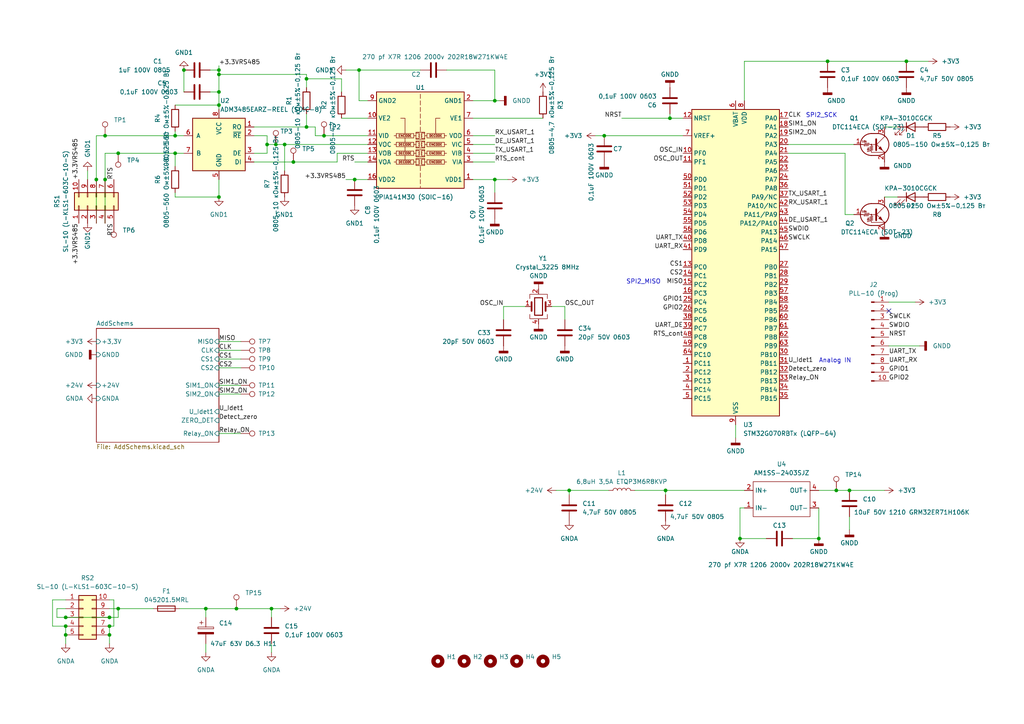
<source format=kicad_sch>
(kicad_sch (version 20230121) (generator eeschema)
  (paper "A4")
  (lib_symbols
    (symbol "Connector:Conn_01x10_Pin" (pin_names (offset 1.016) hide)
      (property "Reference" "J" (at 0 12.7 0))
      (property "Value" "Conn_01x10_Pin" (at 0 -15.24 0))
      (symbol "Conn_01x10_Pin_1_1"
        (pin passive line (at 5.08 10.16 180) (length 3.81) (name "Pin_1") (number "1"))
        (pin passive line (at 5.08 -12.7 180) (length 3.81) (name "Pin_10") (number "10"))
        (pin passive line (at 5.08 7.62 180) (length 3.81) (name "Pin_2") (number "2"))
        (pin passive line (at 5.08 5.08 180) (length 3.81) (name "Pin_3") (number "3"))
        (pin passive line (at 5.08 2.54 180) (length 3.81) (name "Pin_4") (number "4"))
        (pin passive line (at 5.08 0 180) (length 3.81) (name "Pin_5") (number "5"))
        (pin passive line (at 5.08 -2.54 180) (length 3.81) (name "Pin_6") (number "6"))
        (pin passive line (at 5.08 -5.08 180) (length 3.81) (name "Pin_7") (number "7"))
        (pin passive line (at 5.08 -7.62 180) (length 3.81) (name "Pin_8") (number "8"))
        (pin passive line (at 5.08 -10.16 180) (length 3.81) (name "Pin_9") (number "9"))
      )
    )
    (symbol "Connector:TestPoint" (pin_numbers hide) (pin_names (offset 0.762) hide)
      (property "Reference" "TP" (at 0 6.858 0))
      (property "Value" "TestPoint" (at 0 5.08 0))
      (symbol "TestPoint_1_1"
        (pin passive line (at 0 0 90) (length 2.54) (name "1") (number "1"))
      )
    )
    (symbol "Connector_Generic:Conn_02x05_Counter_Clockwise" (pin_names (offset 1.016) hide)
      (property "Reference" "J" (at 1.27 7.62 0))
      (property "Value" "Conn_02x05_Counter_Clockwise" (at 1.27 -7.62 0))
      (symbol "Conn_02x05_Counter_Clockwise_1_1"
        (pin passive line (at -5.08 5.08 0) (length 3.81) (name "Pin_1") (number "1"))
        (pin passive line (at 7.62 5.08 180) (length 3.81) (name "Pin_10") (number "10"))
        (pin passive line (at -5.08 2.54 0) (length 3.81) (name "Pin_2") (number "2"))
        (pin passive line (at -5.08 0 0) (length 3.81) (name "Pin_3") (number "3"))
        (pin passive line (at -5.08 -2.54 0) (length 3.81) (name "Pin_4") (number "4"))
        (pin passive line (at -5.08 -5.08 0) (length 3.81) (name "Pin_5") (number "5"))
        (pin passive line (at 7.62 -5.08 180) (length 3.81) (name "Pin_6") (number "6"))
        (pin passive line (at 7.62 -2.54 180) (length 3.81) (name "Pin_7") (number "7"))
        (pin passive line (at 7.62 0 180) (length 3.81) (name "Pin_8") (number "8"))
        (pin passive line (at 7.62 2.54 180) (length 3.81) (name "Pin_9") (number "9"))
      )
    )
    (symbol "Converter_DCDC:AM1SS-"
      (property "Reference" "U" (at -1.27 2.54 0))
      (property "Value" "AM1SS-" (at 0 0 0))
      (symbol "AM1SS-_1_1"
        (pin input line (at -8.89 -5.08 0) (length 2.56) (name "IN-") (number "1"))
        (pin input line (at -8.89 -10.16 0) (length 2.56) (name "IN+") (number "2"))
        (pin output line (at 12.7 -5.08 180) (length 2.56) (name "OUT-") (number "3"))
        (pin output line (at 12.7 -10.16 180) (length 2.56) (name "OUT+") (number "4"))
      )
    )
    (symbol "Device:C" (pin_numbers hide) (pin_names (offset 0.254))
      (property "Reference" "C" (at 0.635 2.54 0))
      (property "Value" "C" (at 0.635 -2.54 0))
      (symbol "C_1_1"
        (pin passive line (at 0 3.81 270) (length 2.794) (name "~") (number "1"))
        (pin passive line (at 0 -3.81 90) (length 2.794) (name "~") (number "2"))
      )
    )
    (symbol "Device:C_Polarized" (pin_numbers hide) (pin_names (offset 0.254))
      (property "Reference" "C" (at 0.635 2.54 0))
      (property "Value" "C_Polarized" (at 0.635 -2.54 0))
      (symbol "C_Polarized_1_1"
        (pin passive line (at 0 3.81 270) (length 2.794) (name "~") (number "1"))
        (pin passive line (at 0 -3.81 90) (length 2.794) (name "~") (number "2"))
      )
    )
    (symbol "Device:Crystal_GND24" (pin_names (offset 1.016) hide)
      (property "Reference" "Y" (at 3.175 5.08 0))
      (property "Value" "Crystal_GND24" (at 3.175 3.175 0))
      (symbol "Crystal_GND24_1_1"
        (pin passive line (at -3.81 0 0) (length 1.27) (name "1") (number "1"))
        (pin passive line (at 0 5.08 270) (length 1.27) (name "2") (number "2"))
        (pin passive line (at 3.81 0 180) (length 1.27) (name "3") (number "3"))
        (pin passive line (at 0 -5.08 90) (length 1.27) (name "4") (number "4"))
      )
    )
    (symbol "Device:Fuse" (pin_numbers hide) (pin_names (offset 0))
      (property "Reference" "F" (at 2.032 0 90))
      (property "Value" "Fuse" (at -1.905 0 90))
      (symbol "Fuse_1_1"
        (pin passive line (at 0 3.81 270) (length 1.27) (name "~") (number "1"))
        (pin passive line (at 0 -3.81 90) (length 1.27) (name "~") (number "2"))
      )
    )
    (symbol "Device:L" (pin_numbers hide) (pin_names (offset 1.016) hide)
      (property "Reference" "L" (at -1.27 0 90))
      (property "Value" "L" (at 1.905 0 90))
      (symbol "L_1_1"
        (pin passive line (at 0 3.81 270) (length 1.27) (name "1") (number "1"))
        (pin passive line (at 0 -3.81 90) (length 1.27) (name "2") (number "2"))
      )
    )
    (symbol "Device:LED" (pin_numbers hide) (pin_names (offset 1.016) hide)
      (property "Reference" "D" (at 0 2.54 0))
      (property "Value" "LED" (at 0 -2.54 0))
      (symbol "LED_1_1"
        (pin passive line (at -3.81 0 0) (length 2.54) (name "K") (number "1"))
        (pin passive line (at 3.81 0 180) (length 2.54) (name "A") (number "2"))
      )
    )
    (symbol "Device:R" (pin_numbers hide) (pin_names (offset 0))
      (property "Reference" "R" (at 2.032 0 90))
      (property "Value" "R" (at 0 0 90))
      (symbol "R_1_1"
        (pin passive line (at 0 3.81 270) (length 1.27) (name "~") (number "1"))
        (pin passive line (at 0 -3.81 90) (length 1.27) (name "~") (number "2"))
      )
    )
    (symbol "Interface_UART:SP3485CN" (pin_names (offset 1.016))
      (property "Reference" "U" (at -7.62 8.89 0))
      (property "Value" "SP3485CN" (at 2.54 8.89 0))
      (symbol "SP3485CN_1_1"
        (pin output line (at -10.16 5.08 0) (length 2.54) (name "RO") (number "1"))
        (pin input line (at -10.16 2.54 0) (length 2.54) (name "~{RE}") (number "2"))
        (pin input line (at -10.16 -2.54 0) (length 2.54) (name "DE") (number "3"))
        (pin input line (at -10.16 -5.08 0) (length 2.54) (name "DI") (number "4"))
        (pin power_in line (at 0 -10.16 90) (length 2.54) (name "GND") (number "5"))
        (pin bidirectional line (at 10.16 2.54 180) (length 2.54) (name "A") (number "6"))
        (pin bidirectional line (at 10.16 -2.54 180) (length 2.54) (name "B") (number "7"))
        (pin power_in line (at 0 10.16 270) (length 2.54) (name "VCC") (number "8"))
      )
    )
    (symbol "Isolator:π141M3x"
      (property "Reference" "U" (at 0 19.05 0))
      (property "Value" "π141M3x" (at 0 16.51 0))
      (symbol "π141M3x_0_0"
        (text "DECODE" (at -4.445 0 0) (effects (font (size 0.635 0.635))))
        (text "DECODE" (at 4.445 2.54 0) (effects (font (size 0.635 0.635))))
        (text "DECODE" (at 4.445 5.08 0) (effects (font (size 0.635 0.635))))
        (text "DECODE" (at 4.445 7.62 0) (effects (font (size 0.635 0.635))))
        (text "ENCODE" (at -4.445 2.54 0) (effects (font (size 0.635 0.635))))
        (text "ENCODE" (at -4.445 5.08 0) (effects (font (size 0.635 0.635))))
        (text "ENCODE" (at -4.445 7.62 0) (effects (font (size 0.635 0.635))))
        (text "ENCODE" (at 4.445 0 0) (effects (font (size 0.635 0.635))))
      )
      (symbol "π141M3x_1_1"
        (pin power_in line (at -15.24 12.7 0) (length 2.54) (name "VDD1") (number "1"))
        (pin input line (at 15.24 -5.08 180) (length 2.54) (name "VE2") (number "10"))
        (pin input line (at 15.24 0 180) (length 2.54) (name "VID") (number "11"))
        (pin output line (at 15.24 2.54 180) (length 2.54) (name "VOC") (number "12"))
        (pin output line (at 15.24 5.08 180) (length 2.54) (name "VOB") (number "13"))
        (pin output line (at 15.24 7.62 180) (length 2.54) (name "VOA") (number "14"))
        (pin passive line (at 15.24 -10.16 180) (length 2.54) hide (name "GND2") (number "15"))
        (pin power_in line (at 15.24 12.7 180) (length 2.54) (name "VDD2") (number "16"))
        (pin power_in line (at -15.24 -10.16 0) (length 2.54) (name "GND1") (number "2"))
        (pin input line (at -15.24 7.62 0) (length 2.54) (name "VIA") (number "3"))
        (pin input line (at -15.24 5.08 0) (length 2.54) (name "VIB") (number "4"))
        (pin input line (at -15.24 2.54 0) (length 2.54) (name "VIC") (number "5"))
        (pin output line (at -15.24 0 0) (length 2.54) (name "VOD") (number "6"))
        (pin input line (at -15.24 -5.08 0) (length 2.54) (name "VE1") (number "7"))
        (pin passive line (at -15.24 -10.16 0) (length 2.54) hide (name "GND1") (number "8"))
        (pin power_in line (at 15.24 -10.16 180) (length 2.54) (name "GND2") (number "9"))
      )
    )
    (symbol "MCU_ST_STM32G0:STM32G070RBTx"
      (property "Reference" "U" (at -12.7 46.99 0))
      (property "Value" "STM32G070RBTx" (at 5.08 46.99 0))
      (symbol "STM32G070RBTx_1_1"
        (pin bidirectional line (at -15.24 -27.94 0) (length 2.54) (name "PC11") (number "1"))
        (pin bidirectional line (at -15.24 33.02 0) (length 2.54) (name "PF0") (number "10"))
        (pin bidirectional line (at -15.24 30.48 0) (length 2.54) (name "PF1") (number "11"))
        (pin input line (at -15.24 43.18 0) (length 2.54) (name "NRST") (number "12"))
        (pin bidirectional line (at -15.24 0 0) (length 2.54) (name "PC0") (number "13"))
        (pin bidirectional line (at -15.24 -2.54 0) (length 2.54) (name "PC1") (number "14"))
        (pin bidirectional line (at -15.24 -5.08 0) (length 2.54) (name "PC2") (number "15"))
        (pin bidirectional line (at -15.24 -7.62 0) (length 2.54) (name "PC3") (number "16"))
        (pin bidirectional line (at 15.24 43.18 180) (length 2.54) (name "PA0") (number "17"))
        (pin bidirectional line (at 15.24 40.64 180) (length 2.54) (name "PA1") (number "18"))
        (pin bidirectional line (at 15.24 38.1 180) (length 2.54) (name "PA2") (number "19"))
        (pin bidirectional line (at -15.24 -30.48 0) (length 2.54) (name "PC12") (number "2"))
        (pin bidirectional line (at 15.24 35.56 180) (length 2.54) (name "PA3") (number "20"))
        (pin bidirectional line (at 15.24 33.02 180) (length 2.54) (name "PA4") (number "21"))
        (pin bidirectional line (at 15.24 30.48 180) (length 2.54) (name "PA5") (number "22"))
        (pin bidirectional line (at 15.24 27.94 180) (length 2.54) (name "PA6") (number "23"))
        (pin bidirectional line (at 15.24 25.4 180) (length 2.54) (name "PA7") (number "24"))
        (pin bidirectional line (at -15.24 -10.16 0) (length 2.54) (name "PC4") (number "25"))
        (pin bidirectional line (at -15.24 -12.7 0) (length 2.54) (name "PC5") (number "26"))
        (pin bidirectional line (at 15.24 0 180) (length 2.54) (name "PB0") (number "27"))
        (pin bidirectional line (at 15.24 -2.54 180) (length 2.54) (name "PB1") (number "28"))
        (pin bidirectional line (at 15.24 -5.08 180) (length 2.54) (name "PB2") (number "29"))
        (pin bidirectional line (at -15.24 -33.02 0) (length 2.54) (name "PC13") (number "3"))
        (pin bidirectional line (at 15.24 -25.4 180) (length 2.54) (name "PB10") (number "30"))
        (pin bidirectional line (at 15.24 -27.94 180) (length 2.54) (name "PB11") (number "31"))
        (pin bidirectional line (at 15.24 -30.48 180) (length 2.54) (name "PB12") (number "32"))
        (pin bidirectional line (at 15.24 -33.02 180) (length 2.54) (name "PB13") (number "33"))
        (pin bidirectional line (at 15.24 -35.56 180) (length 2.54) (name "PB14") (number "34"))
        (pin bidirectional line (at 15.24 -38.1 180) (length 2.54) (name "PB15") (number "35"))
        (pin bidirectional line (at 15.24 22.86 180) (length 2.54) (name "PA8") (number "36"))
        (pin bidirectional line (at 15.24 20.32 180) (length 2.54) (name "PA9/NC") (number "37"))
        (pin bidirectional line (at -15.24 -15.24 0) (length 2.54) (name "PC6") (number "38"))
        (pin bidirectional line (at -15.24 -17.78 0) (length 2.54) (name "PC7") (number "39"))
        (pin bidirectional line (at -15.24 -35.56 0) (length 2.54) (name "PC14") (number "4"))
        (pin bidirectional line (at -15.24 7.62 0) (length 2.54) (name "PD8") (number "40"))
        (pin bidirectional line (at -15.24 5.08 0) (length 2.54) (name "PD9") (number "41"))
        (pin bidirectional line (at 15.24 17.78 180) (length 2.54) (name "PA10/NC") (number "42"))
        (pin bidirectional line (at 15.24 15.24 180) (length 2.54) (name "PA11/PA9") (number "43"))
        (pin bidirectional line (at 15.24 12.7 180) (length 2.54) (name "PA12/PA10") (number "44"))
        (pin bidirectional line (at 15.24 10.16 180) (length 2.54) (name "PA13") (number "45"))
        (pin bidirectional line (at 15.24 7.62 180) (length 2.54) (name "PA14") (number "46"))
        (pin bidirectional line (at 15.24 5.08 180) (length 2.54) (name "PA15") (number "47"))
        (pin bidirectional line (at -15.24 -20.32 0) (length 2.54) (name "PC8") (number "48"))
        (pin bidirectional line (at -15.24 -22.86 0) (length 2.54) (name "PC9") (number "49"))
        (pin bidirectional line (at -15.24 -38.1 0) (length 2.54) (name "PC15") (number "5"))
        (pin bidirectional line (at -15.24 25.4 0) (length 2.54) (name "PD0") (number "50"))
        (pin bidirectional line (at -15.24 22.86 0) (length 2.54) (name "PD1") (number "51"))
        (pin bidirectional line (at -15.24 20.32 0) (length 2.54) (name "PD2") (number "52"))
        (pin bidirectional line (at -15.24 17.78 0) (length 2.54) (name "PD3") (number "53"))
        (pin bidirectional line (at -15.24 15.24 0) (length 2.54) (name "PD4") (number "54"))
        (pin bidirectional line (at -15.24 12.7 0) (length 2.54) (name "PD5") (number "55"))
        (pin bidirectional line (at -15.24 10.16 0) (length 2.54) (name "PD6") (number "56"))
        (pin bidirectional line (at 15.24 -7.62 180) (length 2.54) (name "PB3") (number "57"))
        (pin bidirectional line (at 15.24 -10.16 180) (length 2.54) (name "PB4") (number "58"))
        (pin bidirectional line (at 15.24 -12.7 180) (length 2.54) (name "PB5") (number "59"))
        (pin power_in line (at 0 48.26 270) (length 2.54) (name "VBAT") (number "6"))
        (pin bidirectional line (at 15.24 -15.24 180) (length 2.54) (name "PB6") (number "60"))
        (pin bidirectional line (at 15.24 -17.78 180) (length 2.54) (name "PB7") (number "61"))
        (pin bidirectional line (at 15.24 -20.32 180) (length 2.54) (name "PB8") (number "62"))
        (pin bidirectional line (at 15.24 -22.86 180) (length 2.54) (name "PB9") (number "63"))
        (pin bidirectional line (at -15.24 -25.4 0) (length 2.54) (name "PC10") (number "64"))
        (pin input line (at -15.24 38.1 0) (length 2.54) (name "VREF+") (number "7"))
        (pin power_in line (at 2.54 48.26 270) (length 2.54) (name "VDD") (number "8"))
        (pin power_in line (at 0 -45.72 90) (length 2.54) (name "VSS") (number "9"))
      )
    )
    (symbol "Mechanical:MountingHole" (pin_names (offset 1.016))
      (property "Reference" "H" (at 0 5.08 0))
      (property "Value" "MountingHole" (at 0 3.175 0))
    )
    (symbol "PCM_4ms_Power-symbol:GNDA" (power) (pin_numbers hide) (pin_names (offset 0) hide)
      (property "Value" "GNDA" (at 0 -3.81 0))
      (symbol "GNDA_1_1"
        (pin power_in line (at 0 0 270) (length 0) hide (name "GNDA") (number "1"))
      )
    )
    (symbol "Transistor_BJT:DTC114E" (pin_names (offset 0) hide)
      (property "Reference" "Q" (at 5.08 1.905 0))
      (property "Value" "DTC114E" (at 5.08 0 0))
      (symbol "DTC114E_0_0"
        (text "10k" (at -3.302 0.889 0) (effects (font (size 0.508 0.508))))
        (text "10k" (at -2.159 -1.524 900) (effects (font (size 0.508 0.508))))
      )
      (symbol "DTC114E_1_1"
        (pin input line (at -6.35 0 0) (length 2.54) (name "B") (number "1"))
        (pin passive line (at 2.54 -5.08 90) (length 2.54) (name "E") (number "2"))
        (pin passive line (at 2.54 5.08 270) (length 2.54) (name "C") (number "3"))
      )
    )
    (symbol "power:+24V" (power) (pin_numbers hide) (pin_names (offset 0) hide)
      (property "Value" "+24V" (at 0 3.556 0))
      (symbol "+24V_1_1"
        (pin power_in line (at 0 0 90) (length 0) hide (name "+24V") (number "1"))
      )
    )
    (symbol "power:+3V3" (power) (pin_numbers hide) (pin_names (offset 0) hide)
      (property "Value" "+3V3" (at 0 3.556 0))
      (symbol "+3V3_1_1"
        (pin power_in line (at 0 0 90) (length 0) hide (name "+3V3") (number "1"))
      )
    )
    (symbol "power:GND1" (power) (pin_numbers hide) (pin_names (offset 0) hide)
      (property "Value" "GND1" (at 0 -3.81 0))
      (symbol "GND1_1_1"
        (pin power_in line (at 0 0 270) (length 0) hide (name "GND1") (number "1"))
      )
    )
    (symbol "power:GNDD" (power) (pin_numbers hide) (pin_names (offset 0) hide)
      (property "Value" "GNDD" (at 0 -3.175 0))
      (symbol "GNDD_1_1"
        (pin power_in line (at 0 0 270) (length 0) hide (name "GNDD") (number "1"))
      )
    )
  )
  (junction (at 240.03 17.78))
  (junction (at 19.05 184.15))
  (junction (at 34.29 176.53))
  (junction (at 165.1 142.24))
  (junction (at 27.94 52.07))
  (junction (at 31.75 181.61))
  (junction (at 63.5 20.32))
  (junction (at 104.14 20.32))
  (junction (at 63.5 57.15))
  (junction (at 77.47 41.91))
  (junction (at 193.04 142.24))
  (junction (at 143.51 29.21))
  (junction (at 63.5 30.48))
  (junction (at 214.63 156.21))
  (junction (at 78.74 176.53))
  (junction (at 50.8 44.45))
  (junction (at 88.9 22.86))
  (junction (at 194.31 34.29))
  (junction (at 85.09 46.99))
  (junction (at 31.75 179.07))
  (junction (at 88.9 36.83))
  (junction (at 19.05 181.61))
  (junction (at 102.87 52.07))
  (junction (at 143.51 52.07))
  (junction (at 50.8 39.37))
  (junction (at 63.5 26.67))
  (junction (at 30.48 39.37))
  (junction (at 31.75 184.15))
  (junction (at 34.29 44.45))
  (junction (at 63.5 21.59))
  (junction (at 30.48 52.07))
  (junction (at 19.05 179.07))
  (junction (at 242.57 142.24))
  (junction (at 82.55 41.91))
  (junction (at 175.26 39.37))
  (junction (at 237.49 156.21))
  (junction (at 53.34 20.32))
  (junction (at 246.38 142.24))
  (junction (at 80.01 41.91))
  (junction (at 262.89 17.78))
  (junction (at 68.58 176.53))
  (junction (at 93.98 39.37))
  (junction (at 59.69 176.53))
  (no_connect (at 257.81 90.17))
  (wire (pts (xy 68.58 176.53) (xy 78.74 176.53)))
  (wire (pts (xy 50.8 48.26) (xy 50.8 44.45)))
  (wire (pts (xy 161.29 142.24) (xy 165.1 142.24)))
  (wire (pts (xy 63.5 52.07) (xy 63.5 57.15)))
  (wire (pts (xy 63.5 21.59) (xy 88.9 21.59)))
  (wire (pts (xy 88.9 36.83) (xy 73.66 36.83)))
  (wire (pts (xy 88.9 33.02) (xy 88.9 36.83)))
  (wire (pts (xy 257.81 100.33) (xy 266.7 100.33)))
  (wire (pts (xy 137.16 34.29) (xy 157.48 34.29)))
  (wire (pts (xy 198.12 34.29) (xy 194.31 34.29)))
  (wire (pts (xy 30.48 44.45) (xy 30.48 52.07)))
  (wire (pts (xy 260.35 36.83) (xy 256.54 36.83)))
  (wire (pts (xy 180.34 34.29) (xy 194.31 34.29)))
  (wire (pts (xy 143.51 52.07) (xy 147.32 52.07)))
  (wire (pts (xy 245.11 62.23) (xy 247.65 62.23)))
  (wire (pts (xy 215.9 17.78) (xy 215.9 29.21)))
  (wire (pts (xy 163.83 88.9) (xy 163.83 92.71)))
  (wire (pts (xy 73.66 39.37) (xy 77.47 39.37)))
  (wire (pts (xy 99.06 26.67) (xy 99.06 22.86)))
  (wire (pts (xy 104.14 29.21) (xy 106.68 29.21)))
  (wire (pts (xy 91.44 36.83) (xy 91.44 39.37)))
  (wire (pts (xy 213.36 123.19) (xy 213.36 127)))
  (wire (pts (xy 52.07 176.53) (xy 59.69 176.53)))
  (wire (pts (xy 91.44 39.37) (xy 93.98 39.37)))
  (wire (pts (xy 143.51 20.32) (xy 143.51 29.21)))
  (wire (pts (xy 97.79 46.99) (xy 97.79 44.45)))
  (wire (pts (xy 165.1 143.51) (xy 165.1 142.24)))
  (wire (pts (xy 33.02 173.99) (xy 33.02 181.61)))
  (wire (pts (xy 63.5 111.76) (xy 69.85 111.76)))
  (wire (pts (xy 97.79 44.45) (xy 106.68 44.45)))
  (wire (pts (xy 137.16 29.21) (xy 143.51 29.21)))
  (wire (pts (xy 31.75 184.15) (xy 31.75 186.69)))
  (wire (pts (xy 137.16 46.99) (xy 143.51 46.99)))
  (wire (pts (xy 77.47 44.45) (xy 73.66 44.45)))
  (wire (pts (xy 63.5 99.06) (xy 69.85 99.06)))
  (wire (pts (xy 31.75 176.53) (xy 34.29 176.53)))
  (wire (pts (xy 19.05 176.53) (xy 16.51 176.53)))
  (wire (pts (xy 228.6 44.45) (xy 245.11 44.45)))
  (wire (pts (xy 104.14 20.32) (xy 121.92 20.32)))
  (wire (pts (xy 50.8 30.48) (xy 63.5 30.48)))
  (wire (pts (xy 25.4 49.53) (xy 25.4 52.07)))
  (wire (pts (xy 78.74 189.23) (xy 78.74 186.69)))
  (wire (pts (xy 27.94 39.37) (xy 30.48 39.37)))
  (wire (pts (xy 15.24 173.99) (xy 15.24 181.61)))
  (wire (pts (xy 240.03 17.78) (xy 262.89 17.78)))
  (wire (pts (xy 78.74 176.53) (xy 78.74 179.07)))
  (wire (pts (xy 82.55 41.91) (xy 82.55 49.53)))
  (wire (pts (xy 60.96 20.32) (xy 63.5 20.32)))
  (wire (pts (xy 228.6 41.91) (xy 247.65 41.91)))
  (wire (pts (xy 165.1 142.24) (xy 176.53 142.24)))
  (wire (pts (xy 63.5 21.59) (xy 63.5 26.67)))
  (wire (pts (xy 34.29 179.07) (xy 34.29 176.53)))
  (wire (pts (xy 63.5 30.48) (xy 63.5 31.75)))
  (wire (pts (xy 31.75 181.61) (xy 31.75 184.15)))
  (wire (pts (xy 143.51 29.21) (xy 144.78 29.21)))
  (wire (pts (xy 77.47 41.91) (xy 77.47 44.45)))
  (wire (pts (xy 63.5 125.73) (xy 69.85 125.73)))
  (wire (pts (xy 81.28 176.53) (xy 78.74 176.53)))
  (wire (pts (xy 184.15 142.24) (xy 193.04 142.24)))
  (wire (pts (xy 102.87 46.99) (xy 106.68 46.99)))
  (wire (pts (xy 30.48 44.45) (xy 34.29 44.45)))
  (wire (pts (xy 229.87 156.21) (xy 237.49 156.21)))
  (wire (pts (xy 129.54 20.32) (xy 143.51 20.32)))
  (wire (pts (xy 85.09 46.99) (xy 97.79 46.99)))
  (wire (pts (xy 27.94 39.37) (xy 27.94 52.07)))
  (wire (pts (xy 137.16 39.37) (xy 143.51 39.37)))
  (wire (pts (xy 194.31 34.29) (xy 194.31 33.02)))
  (wire (pts (xy 50.8 57.15) (xy 63.5 57.15)))
  (wire (pts (xy 19.05 181.61) (xy 19.05 184.15)))
  (wire (pts (xy 77.47 41.91) (xy 80.01 41.91)))
  (wire (pts (xy 63.5 106.68) (xy 69.85 106.68)))
  (wire (pts (xy 152.4 88.9) (xy 146.05 88.9)))
  (wire (pts (xy 257.81 87.63) (xy 265.43 87.63)))
  (wire (pts (xy 245.11 44.45) (xy 245.11 62.23)))
  (wire (pts (xy 146.05 88.9) (xy 146.05 92.71)))
  (wire (pts (xy 91.44 36.83) (xy 88.9 36.83)))
  (wire (pts (xy 31.75 179.07) (xy 34.29 179.07)))
  (wire (pts (xy 34.29 176.53) (xy 44.45 176.53)))
  (wire (pts (xy 59.69 176.53) (xy 59.69 179.07)))
  (wire (pts (xy 100.33 52.07) (xy 102.87 52.07)))
  (wire (pts (xy 256.54 57.15) (xy 260.35 57.15)))
  (wire (pts (xy 63.5 101.6) (xy 69.85 101.6)))
  (wire (pts (xy 53.34 20.32) (xy 53.34 26.67)))
  (wire (pts (xy 50.8 44.45) (xy 53.34 44.45)))
  (wire (pts (xy 19.05 184.15) (xy 19.05 186.69)))
  (wire (pts (xy 193.04 143.51) (xy 193.04 142.24)))
  (wire (pts (xy 63.5 19.05) (xy 63.5 20.32)))
  (wire (pts (xy 50.8 39.37) (xy 53.34 39.37)))
  (wire (pts (xy 80.01 41.91) (xy 82.55 41.91)))
  (wire (pts (xy 77.47 39.37) (xy 77.47 41.91)))
  (wire (pts (xy 237.49 142.24) (xy 242.57 142.24)))
  (wire (pts (xy 16.51 176.53) (xy 16.51 179.07)))
  (wire (pts (xy 242.57 142.24) (xy 246.38 142.24)))
  (wire (pts (xy 104.14 20.32) (xy 104.14 29.21)))
  (wire (pts (xy 33.02 181.61) (xy 31.75 181.61)))
  (wire (pts (xy 214.63 156.21) (xy 222.25 156.21)))
  (wire (pts (xy 50.8 55.88) (xy 50.8 57.15)))
  (wire (pts (xy 262.89 17.78) (xy 269.24 17.78)))
  (wire (pts (xy 82.55 41.91) (xy 106.68 41.91)))
  (wire (pts (xy 214.63 147.32) (xy 214.63 156.21)))
  (wire (pts (xy 215.9 17.78) (xy 240.03 17.78)))
  (wire (pts (xy 102.87 52.07) (xy 106.68 52.07)))
  (wire (pts (xy 59.69 176.53) (xy 68.58 176.53)))
  (wire (pts (xy 63.5 20.32) (xy 63.5 21.59)))
  (wire (pts (xy 172.72 39.37) (xy 175.26 39.37)))
  (wire (pts (xy 88.9 22.86) (xy 88.9 25.4)))
  (wire (pts (xy 99.06 34.29) (xy 106.68 34.29)))
  (wire (pts (xy 59.69 186.69) (xy 59.69 189.23)))
  (wire (pts (xy 63.5 26.67) (xy 63.5 30.48)))
  (wire (pts (xy 30.48 64.77) (xy 30.48 52.07)))
  (wire (pts (xy 88.9 22.86) (xy 99.06 22.86)))
  (wire (pts (xy 160.02 88.9) (xy 163.83 88.9)))
  (wire (pts (xy 137.16 41.91) (xy 143.51 41.91)))
  (wire (pts (xy 63.5 104.14) (xy 69.85 104.14)))
  (wire (pts (xy 50.8 38.1) (xy 50.8 39.37)))
  (wire (pts (xy 215.9 147.32) (xy 214.63 147.32)))
  (wire (pts (xy 60.96 26.67) (xy 63.5 26.67)))
  (wire (pts (xy 15.24 181.61) (xy 19.05 181.61)))
  (wire (pts (xy 237.49 147.32) (xy 237.49 156.21)))
  (wire (pts (xy 137.16 52.07) (xy 143.51 52.07)))
  (wire (pts (xy 19.05 179.07) (xy 31.75 179.07)))
  (wire (pts (xy 100.33 20.32) (xy 104.14 20.32)))
  (wire (pts (xy 88.9 22.86) (xy 88.9 21.59)))
  (wire (pts (xy 93.98 39.37) (xy 106.68 39.37)))
  (wire (pts (xy 30.48 39.37) (xy 50.8 39.37)))
  (wire (pts (xy 16.51 179.07) (xy 19.05 179.07)))
  (wire (pts (xy 31.75 173.99) (xy 33.02 173.99)))
  (wire (pts (xy 175.26 39.37) (xy 198.12 39.37)))
  (wire (pts (xy 27.94 64.77) (xy 27.94 52.07)))
  (wire (pts (xy 193.04 142.24) (xy 215.9 142.24)))
  (wire (pts (xy 137.16 44.45) (xy 143.51 44.45)))
  (wire (pts (xy 143.51 52.07) (xy 143.51 55.88)))
  (wire (pts (xy 34.29 44.45) (xy 50.8 44.45)))
  (wire (pts (xy 19.05 173.99) (xy 15.24 173.99)))
  (wire (pts (xy 246.38 142.24) (xy 256.54 142.24)))
  (wire (pts (xy 63.5 114.3) (xy 69.85 114.3)))
  (wire (pts (xy 73.66 46.99) (xy 85.09 46.99)))
  (wire (pts (xy 246.38 149.86) (xy 246.38 153.67)))
  (text "SPI2_SCK" (at 233.68 34.29 0) (effects (font (size 1.27 1.27)) (justify left bottom)))
  (text "SPI2_MISO" (at 181.61 82.55 0) (effects (font (size 1.27 1.27)) (justify left bottom)))
  (text "Analog IN" (at 237.49 105.41 0) (effects (font (size 1.27 1.27)) (justify left bottom)))
  (label "Relay_ON" (at 63.5 125.73 0))
  (label "SIM1_ON" (at 63.5 111.76 0))
  (label "Detect_zero" (at 63.5 121.92 0))
  (label "UART_TX" (at 257.81 102.87 0))
  (label "GPIO1" (at 257.81 107.95 0))
  (label "+3.3VRS485" (at 63.5 19.05 0))
  (label "RX_USART_1" (at 228.6 59.69 0))
  (label "Relay_ON" (at 228.6 110.49 0))
  (label "OSC_IN" (at 146.05 88.9 180))
  (label "CLK" (at 228.6 34.29 0))
  (label "RTS" (at 33.02 52.07 90))
  (label "MISO" (at 198.12 82.55 180))
  (label "OSC_IN" (at 198.12 44.45 180))
  (label "CS2" (at 198.12 80.01 180))
  (label "SWDIO" (at 228.6 67.31 0))
  (label "RTS_cont" (at 198.12 97.79 180))
  (label "UART_TX" (at 198.12 69.85 180))
  (label "OSC_OUT" (at 198.12 46.99 180))
  (label "NRST" (at 180.34 34.29 180))
  (label "MISO" (at 63.5 99.06 0))
  (label "GPIO2" (at 198.12 90.17 180))
  (label "UART_RX" (at 198.12 72.39 180))
  (label "UART_DE" (at 198.12 95.25 180))
  (label "OSC_OUT" (at 163.83 88.9 0))
  (label "+3.3VRS485" (at 100.33 52.07 180))
  (label "+3.3VRS485" (at 22.86 64.77 270))
  (label "DE_USART_1" (at 228.6 64.77 0))
  (label "TX_USART_1" (at 143.51 44.45 0))
  (label "CS2" (at 63.5 106.68 0))
  (label "CS1" (at 63.5 104.14 0))
  (label "DE_USART_1" (at 143.51 41.91 0))
  (label "RX_USART_1" (at 143.51 39.37 0))
  (label "RTS" (at 102.87 46.99 180))
  (label "SWCLK" (at 228.6 69.85 0))
  (label "U_Idet1" (at 228.6 105.41 0))
  (label "GPIO2" (at 257.81 110.49 0))
  (label "RTS_cont" (at 143.51 46.99 0))
  (label "TX_USART_1" (at 228.6 57.15 0))
  (label "Detect_zero" (at 228.6 107.95 0))
  (label "SWDIO" (at 257.81 95.25 0))
  (label "CLK" (at 63.5 101.6 0))
  (label "SIM1_ON" (at 228.6 36.83 0))
  (label "GPIO1" (at 198.12 87.63 180))
  (label "RTS" (at 33.02 64.77 270))
  (label "NRST" (at 257.81 97.79 0))
  (label "+3.3VRS485" (at 22.86 52.07 90))
  (label "UART_RX" (at 257.81 105.41 0))
  (label "SIM2_ON" (at 63.5 114.3 0))
  (label "U_Idet1" (at 63.5 119.38 0))
  (label "CS1" (at 198.12 77.47 180))
  (label "SIM2_ON" (at 228.6 39.37 0))
  (label "SWCLK" (at 257.81 92.71 0))
  (symbol (lib_id "power:GNDD") (at 163.83 100.33 0) (unit 1)
    (property "Reference" "#PWR082" (effects hide))
    (property "Value" "GNDD" (at 163.83 104.14 0))
  )
  (symbol (lib_id "Connector:TestPoint") (at 68.58 176.53 0) (unit 1) (in_bom no)
    (property "Reference" "TP15" (at 71.12 171.958 0) (effects (justify left)))
    (property "Value" "TestPoint" (effects hide))
    (property "Footprint" "PCM_4ms_TestPoint:TestPoint_D1" (effects hide))
  )
  (symbol (lib_id "Device:R") (at 50.8 52.07 180) (unit 1) (in_bom no)
    (property "Reference" "R6" (at 45.72 52.07 90))
    (property "Value" "0805-560 Ом±5%-0,125 Вт" (at 48.26 52.07 90))
    (property "Footprint" "PCM_4ms_Resistor:R_0805_2012Metric" (effects hide))
  )
  (symbol (lib_id "PCM_4ms_Power-symbol:GNDA") (at 165.1 151.13 0) (unit 1)
    (property "Reference" "#PWR031" (effects hide))
    (property "Value" "GNDA" (at 165.1 156.21 0))
  )
  (symbol (lib_id "Mechanical:MountingHole") (at 149.86 191.77 0) (unit 1) (in_bom no)
    (property "Reference" "H4" (at 152.4 190.5 0) (effects (justify left)))
    (property "Value" "MountingHole" (effects hide))
    (property "Footprint" "MountingHole:MountingHole_3.2mm_M3" (effects hide))
  )
  (symbol (lib_id "Connector:TestPoint") (at 80.01 41.91 0) (unit 1) (in_bom no)
    (property "Reference" "TP3" (at 81.28 38.1 0) (effects (justify left)))
    (property "Value" "TestPoint" (effects hide))
    (property "Footprint" "PCM_4ms_TestPoint:TestPoint_D1" (effects hide))
  )
  (symbol (lib_id "power:GNDD") (at 240.03 25.4 0) (unit 1)
    (property "Reference" "#PWR05" (effects hide))
    (property "Value" "GNDD" (at 242.57 29.21 0))
  )
  (symbol (lib_id "Device:C") (at 78.74 182.88 0) (unit 1)
    (property "Reference" "C15" (at 82.55 181.61 0) (effects (justify left)))
    (property "Value" "0,1uF 100V 0603" (at 82.55 184.15 0) (effects (justify left)))
    (property "Footprint" "Capacitor_SMD:C_0603_1608Metric_Pad1.08x0.95mm_HandSolder" (effects hide))
  )
  (symbol (lib_id "power:GND1") (at 63.5 57.15 0) (unit 1)
    (property "Reference" "#PWR015" (effects hide))
    (property "Value" "GND1" (at 63.5 62.23 0))
  )
  (symbol (lib_id "Connector:TestPoint") (at 69.85 125.73 270) (unit 1) (in_bom no)
    (property "Reference" "TP13" (at 74.93 125.73 90) (effects (justify left)))
    (property "Value" "TestPoint" (effects hide))
    (property "Footprint" "PCM_4ms_TestPoint:TestPoint_D1" (effects hide))
  )
  (symbol (lib_id "Connector:TestPoint") (at 33.02 64.77 180) (unit 1) (in_bom no)
    (property "Reference" "TP6" (at 35.56 66.802 0) (effects (justify right)))
    (property "Value" "TestPoint" (effects hide))
    (property "Footprint" "PCM_4ms_TestPoint:TestPoint_D1" (effects hide))
  )
  (symbol (lib_id "Device:Fuse") (at 48.26 176.53 90) (unit 1)
    (property "Reference" "F1" (at 48.26 171.45 90))
    (property "Value" "045201.5MRL" (at 48.26 173.99 90))
    (property "Footprint" "PCM_Fuse_Handsoldering_AKL:Fuse_Littelfuse-NANO2-451_453" (effects hide))
  )
  (symbol (lib_id "Mechanical:MountingHole") (at 157.48 191.77 0) (unit 1) (in_bom no)
    (property "Reference" "H5" (at 160.02 190.5 0) (effects (justify left)))
    (property "Value" "MountingHole" (effects hide))
    (property "Footprint" "MountingHole:MountingHole_3.2mm_M3" (effects hide))
  )
  (symbol (lib_id "power:GNDD") (at 194.31 25.4 180) (unit 1)
    (property "Reference" "#PWR04" (effects hide))
    (property "Value" "GNDD" (at 194.31 21.59 0))
  )
  (symbol (lib_id "power:GNDD") (at 27.94 102.87 270) (unit 1)
    (property "Reference" "#PWR023" (effects hide))
    (property "Value" "GNDD" (at 24.13 102.87 90) (effects (justify right)))
  )
  (symbol (lib_id "Connector:TestPoint") (at 34.29 44.45 180) (unit 1) (in_bom no)
    (property "Reference" "TP4" (at 36.83 46.482 0) (effects (justify right)))
    (property "Value" "TestPoint" (effects hide))
    (property "Footprint" "PCM_4ms_TestPoint:TestPoint_D1" (effects hide))
  )
  (symbol (lib_id "Connector_Generic:Conn_02x05_Counter_Clockwise") (at 24.13 179.07 0) (unit 1) (in_bom no)
    (property "Reference" "RS2" (at 25.4 167.64 0))
    (property "Value" "SL-10 (L-KLS1-603C-10-S)" (at 25.4 170.18 0))
    (property "Footprint" "Connector:Edge_Conn_KLS1-603-10" (effects hide))
  )
  (symbol (lib_id "Connector:Conn_01x10_Pin") (at 252.73 97.79 0) (unit 1)
    (property "Reference" "J2" (at 253.365 82.55 0))
    (property "Value" "PLL-10 (Prog)" (at 253.365 85.09 0))
    (property "Footprint" "Connector_PinHeader_1.27mm:PinHeader_1x10_P1.27mm_Vertical" (effects hide))
  )
  (symbol (lib_id "power:GND1") (at 25.4 49.53 180) (unit 1)
    (property "Reference" "#PWR013" (effects hide))
    (property "Value" "GND1" (at 25.4 45.72 90) (effects (justify right)))
  )
  (symbol (lib_id "Isolator:π141M3x") (at 121.92 39.37 180) (unit 1)
    (property "Reference" "U1" (at 121.92 25.4 0))
    (property "Value" "PIA141M30 (SOIC-16)" (at 120.65 57.15 0))
    (property "Footprint" "Package_SO:SOIC-16_3.9x9.9mm_P1.27mm" (effects hide))
    (property "Datasheet" "https://wmsc.lcsc.com/wmsc/upload/file/pdf/v2/lcsc/2001082007_2Pai-Semi--141M30_C471604.pdf" (effects hide))
  )
  (symbol (lib_id "Device:C") (at 175.26 43.18 0) (unit 1)
    (property "Reference" "C7" (at 177.8 43.18 0) (effects (justify left)))
    (property "Value" "0,1uF 100V 0603" (at 171.45 58.42 90) (effects (justify left)))
    (property "Footprint" "Capacitor_SMD:C_0603_1608Metric_Pad1.08x0.95mm_HandSolder" (effects hide))
  )
  (symbol (lib_id "power:GND1") (at 100.33 20.32 270) (unit 1)
    (property "Reference" "#PWR03" (effects hide))
    (property "Value" "GND1" (at 91.44 20.32 90) (effects (justify left)))
  )
  (symbol (lib_id "Device:C") (at 246.38 146.05 0) (unit 1)
    (property "Reference" "C10" (at 250.19 144.78 0) (effects (justify left)))
    (property "Value" "10uF 50V 1210 GRM32ER71H106K" (at 247.65 148.59 0) (effects (justify left)))
    (property "Footprint" "PCM_Capacitor_SMD_AKL:C_1210_3225Metric_Pad1.42x2.65mm_HandSolder" (effects hide))
  )
  (symbol (lib_id "power:GNDD") (at 175.26 46.99 0) (unit 1)
    (property "Reference" "#PWR011" (effects hide))
    (property "Value" "GNDD" (at 175.26 50.8 0))
  )
  (symbol (lib_id "Connector:TestPoint") (at 69.85 104.14 270) (unit 1) (in_bom no)
    (property "Reference" "TP9" (at 74.93 104.14 90) (effects (justify left)))
    (property "Value" "TestPoint" (effects hide))
    (property "Footprint" "PCM_4ms_TestPoint:TestPoint_D1" (effects hide))
  )
  (symbol (lib_id "Connector:TestPoint") (at 93.98 39.37 0) (unit 1) (in_bom no)
    (property "Reference" "TP2" (at 95.25 36.83 0) (effects (justify left)))
    (property "Value" "TestPoint" (effects hide))
    (property "Footprint" "PCM_4ms_TestPoint:TestPoint_D1" (effects hide))
  )
  (symbol (lib_id "MCU_ST_STM32G0:STM32G070RBTx") (at 213.36 77.47 0) (unit 1)
    (property "Reference" "U3" (at 215.5541 123.19 0) (effects (justify left)))
    (property "Value" "STM32G070RBTx (LQFP-64)" (at 215.5541 125.73 0) (effects (justify left)))
    (property "Footprint" "Package_QFP:LQFP-64_10x10mm_P0.5mm" (effects hide))
    (property "Datasheet" "https://www.st.com/resource/en/datasheet/stm32g070rb.pdf" (effects hide))
  )
  (symbol (lib_id "Transistor_BJT:DTC114E") (at 254 62.23 0) (unit 1)
    (property "Reference" "Q2" (at 245.11 64.77 0) (effects (justify left)))
    (property "Value" "DTC114ECA (SOT-23)" (at 243.84 67.31 0) (effects (justify left)))
    (property "Footprint" "Package_TO_SOT_SMD:SOT-23" (effects hide))
  )
  (symbol (lib_id "Device:C") (at 193.04 147.32 0) (unit 1)
    (property "Reference" "C12" (at 196.85 146.05 0) (effects (justify left)))
    (property "Value" "4,7uF 50V 0805" (at 194.31 149.86 0) (effects (justify left)))
    (property "Footprint" "Capacitor_SMD:C_0805_2012Metric_Pad1.18x1.45mm_HandSolder" (effects hide))
  )
  (symbol (lib_id "Connector:TestPoint") (at 69.85 114.3 270) (unit 1) (in_bom no)
    (property "Reference" "TP12" (at 74.93 114.3 90) (effects (justify left)))
    (property "Value" "TestPoint" (effects hide))
    (property "Footprint" "PCM_4ms_TestPoint:TestPoint_D1" (effects hide))
  )
  (symbol (lib_id "Mechanical:MountingHole") (at 134.62 191.77 0) (unit 1) (in_bom no)
    (property "Reference" "H2" (at 137.16 190.5 0) (effects (justify left)))
    (property "Value" "MountingHole" (effects hide))
    (property "Footprint" "MountingHole:MountingHole_3.2mm_M3" (effects hide))
  )
  (symbol (lib_id "Mechanical:MountingHole") (at 127 191.77 0) (unit 1) (in_bom no)
    (property "Reference" "H1" (at 129.54 190.5 0) (effects (justify left)))
    (property "Value" "MountingHole" (effects hide))
    (property "Footprint" "MountingHole:MountingHole_3.2mm_M3" (effects hide))
  )
  (symbol (lib_id "Device:R") (at 50.8 34.29 180) (unit 1) (in_bom no)
    (property "Reference" "R4" (at 45.72 34.29 90))
    (property "Value" "0805-560 Ом±5%-0,125 Вт" (at 48.26 34.29 90))
    (property "Footprint" "PCM_4ms_Resistor:R_0805_2012Metric" (effects hide))
  )
  (symbol (lib_id "Device:L") (at 180.34 142.24 90) (unit 1)
    (property "Reference" "L1" (at 180.34 137.16 90))
    (property "Value" "6,8uH 3,5A ETQP3M6R8KVP" (at 180.34 139.7 90))
    (property "Footprint" "PCM_Inductor_SMD_Handsoldering_AKL:L_Bourns-SRN6028" (effects hide))
  )
  (symbol (lib_id "Device:R") (at 88.9 29.21 180) (unit 1)
    (property "Reference" "R1" (at 83.82 29.21 90))
    (property "Value" "0805-10 кОм±5%-0,125 Вт" (at 86.36 29.21 90))
    (property "Footprint" "PCM_4ms_Resistor:R_0805_2012Metric" (effects hide))
  )
  (symbol (lib_id "Device:C") (at 57.15 20.32 90) (unit 1)
    (property "Reference" "C1" (at 45.72 17.78 90))
    (property "Value" "1uF 100V 0805" (at 41.91 20.32 90))
    (property "Footprint" "PCM_Capacitor_SMD_AKL:C_0805_2012Metric_Pad1.18x1.45mm_HandSolder" (effects hide))
  )
  (symbol (lib_id "power:GND1") (at 102.87 59.69 0) (unit 1)
    (property "Reference" "#PWR018" (effects hide))
    (property "Value" "GND1" (at 102.87 64.77 0))
  )
  (symbol (lib_id "power:GNDD") (at 246.38 153.67 0) (unit 1)
    (property "Reference" "#PWR033" (effects hide))
    (property "Value" "GNDD" (at 246.38 157.48 0))
  )
  (symbol (lib_id "power:GNDD") (at 256.54 46.99 0) (unit 1)
    (property "Reference" "#PWR012" (effects hide))
    (property "Value" "GNDD" (at 259.08 48.0695 0) (effects (justify left)))
  )
  (symbol (lib_id "power:+3V3") (at 269.24 17.78 270) (unit 1)
    (property "Reference" "#PWR01" (effects hide))
    (property "Value" "+3V3" (at 273.05 17.78 90) (effects (justify left)))
  )
  (symbol (lib_id "Connector:TestPoint") (at 69.85 111.76 270) (unit 1) (in_bom no)
    (property "Reference" "TP11" (at 74.93 111.76 90) (effects (justify left)))
    (property "Value" "TestPoint" (effects hide))
    (property "Footprint" "PCM_4ms_TestPoint:TestPoint_D1" (effects hide))
  )
  (symbol (lib_id "power:+24V") (at 161.29 142.24 90) (unit 1)
    (property "Reference" "#PWR029" (effects hide))
    (property "Value" "+24V" (at 157.48 142.24 90) (effects (justify left)))
  )
  (symbol (lib_id "Mechanical:MountingHole") (at 142.24 191.77 0) (unit 1) (in_bom no)
    (property "Reference" "H3" (at 144.78 190.5 0) (effects (justify left)))
    (property "Value" "MountingHole" (effects hide))
    (property "Footprint" "MountingHole:MountingHole_3.2mm_M3" (effects hide))
  )
  (symbol (lib_id "Device:C") (at 57.15 26.67 90) (unit 1)
    (property "Reference" "C5" (at 46.99 24.13 90))
    (property "Value" "0,1uF 100V 0603" (at 43.18 26.67 90))
    (property "Footprint" "Capacitor_SMD:C_0603_1608Metric_Pad1.08x0.95mm_HandSolder" (effects hide))
  )
  (symbol (lib_id "Device:C") (at 194.31 29.21 180) (unit 1)
    (property "Reference" "C6" (at 190.5 30.48 0) (effects (justify left)))
    (property "Value" "0,1uF 100V 0603" (at 190.5 27.94 0) (effects (justify left)))
    (property "Footprint" "Capacitor_SMD:C_0603_1608Metric_Pad1.08x0.95mm_HandSolder" (effects hide))
  )
  (symbol (lib_id "power:GNDD") (at 213.36 127 0) (unit 1)
    (property "Reference" "#PWR028" (effects hide))
    (property "Value" "GNDD" (at 213.36 130.81 0))
  )
  (symbol (lib_id "power:GNDD") (at 256.54 67.31 0) (unit 1)
    (property "Reference" "#PWR021" (effects hide))
    (property "Value" "GNDD" (at 259.08 68.3895 0) (effects (justify left)))
  )
  (symbol (lib_id "Device:C_Polarized") (at 59.69 182.88 0) (unit 1)
    (property "Reference" "C14" (at 63.5 180.721 0) (effects (justify left)))
    (property "Value" "47uF 63V D6.3 H11" (at 60.96 186.69 0) (effects (justify left)))
    (property "Footprint" "PCM_Capacitor_THT_AKL:CP_Radial_D6.3mm_P2.50mm" (effects hide))
  )
  (symbol (lib_id "Transistor_BJT:DTC114E") (at 254 41.91 0) (unit 1)
    (property "Reference" "Q1" (at 246.38 34.29 0) (effects (justify left)))
    (property "Value" "DTC114ECA (SOT-23)" (at 241.3 36.83 0) (effects (justify left)))
    (property "Footprint" "Package_TO_SOT_SMD:SOT-23" (effects hide))
  )
  (symbol (lib_id "Device:C") (at 226.06 156.21 90) (unit 1)
    (property "Reference" "C13" (at 226.06 152.4 90))
    (property "Value" " 270 pf X7R 1206 2000v 202R18W271KW4E" (at 226.06 163.83 90))
    (property "Footprint" "PCM_Capacitor_SMD_Handsoldering_AKL:C_1210_3225Metric_Pad1.42x2.65mm" (effects hide))
  )
  (symbol (lib_id "Device:C") (at 125.73 20.32 90) (unit 1)
    (property "Reference" "C2" (at 120.65 21.59 90))
    (property "Value" " 270 pf X7R 1206 2000v 202R18W271KW4E" (at 125.73 16.51 90))
    (property "Footprint" "PCM_Capacitor_SMD_Handsoldering_AKL:C_1210_3225Metric_Pad1.42x2.65mm" (effects hide))
  )
  (symbol (lib_id "power:GNDD") (at 144.78 29.21 90) (unit 1)
    (property "Reference" "#PWR08" (effects hide))
    (property "Value" "GNDD" (at 148.5868 29.21 90) (effects (justify right)))
  )
  (symbol (lib_id "PCM_4ms_Power-symbol:GNDA") (at 27.94 115.57 270) (unit 1)
    (property "Reference" "#PWR027" (effects hide))
    (property "Value" "GNDA" (at 24.13 115.57 90) (effects (justify right)))
  )
  (symbol (lib_id "Connector:TestPoint") (at 30.48 39.37 0) (unit 1) (in_bom no)
    (property "Reference" "TP1" (at 33.02 34.798 0) (effects (justify left)))
    (property "Value" "TestPoint" (effects hide))
    (property "Footprint" "PCM_4ms_TestPoint:TestPoint_D1" (effects hide))
  )
  (symbol (lib_id "Device:R") (at 157.48 30.48 0) (unit 1)
    (property "Reference" "R3" (at 162.56 30.48 90))
    (property "Value" "0805-4,7 кОм±5%-0,125 Вт" (at 160.02 30.48 90))
    (property "Footprint" "PCM_4ms_Resistor:R_0805_2012Metric" (effects hide))
  )
  (symbol (lib_id "PCM_4ms_Power-symbol:GNDA") (at 59.69 189.23 0) (unit 1)
    (property "Reference" "#PWR039" (effects hide))
    (property "Value" "GNDA" (at 59.69 194.31 0))
  )
  (symbol (lib_id "Device:C") (at 240.03 21.59 0) (unit 1)
    (property "Reference" "C3" (at 243.84 20.32 0) (effects (justify left)))
    (property "Value" "0,1uF 100V 0603" (at 243.84 22.86 0) (effects (justify left)))
    (property "Footprint" "Capacitor_SMD:C_0603_1608Metric_Pad1.08x0.95mm_HandSolder" (effects hide))
  )
  (symbol (lib_id "power:+3V3") (at 275.59 57.15 270) (unit 1)
    (property "Reference" "#PWR017" (effects hide))
    (property "Value" "+3V3" (at 279.4 57.15 90) (effects (justify left)))
  )
  (symbol (lib_id "Device:C") (at 163.83 96.52 0) (unit 1)
    (property "Reference" "C34" (at 167.64 95.25 0) (effects (justify left)))
    (property "Value" "20pF 50V 0603" (at 167.64 97.79 0) (effects (justify left)))
    (property "Footprint" "Capacitor_SMD:C_0603_1608Metric" (effects hide))
  )
  (symbol (lib_id "power:GND1") (at 25.4 64.77 0) (unit 1)
    (property "Reference" "#PWR020" (effects hide))
    (property "Value" "GND1" (at 25.4 72.39 90) (effects (justify left)))
  )
  (symbol (lib_id "power:GNDD") (at 146.05 100.33 0) (unit 1)
    (property "Reference" "#PWR081" (effects hide))
    (property "Value" "GNDD" (at 146.05 104.14 0))
  )
  (symbol (lib_id "Device:Crystal_GND24") (at 156.21 88.9 0) (unit 1)
    (property "Reference" "Y1" (at 157.48 74.93 0))
    (property "Value" "Crystal_3225 8MHz" (at 158.75 77.47 0))
    (property "Footprint" "PCM_Crystal_AKL:Crystal_SMD_3225-4Pin_3.2x2.5mm" (effects hide))
  )
  (symbol (lib_id "Device:R") (at 99.06 30.48 180) (unit 1)
    (property "Reference" "R2" (at 93.98 30.48 90))
    (property "Value" "0805-4,7 кОм±5%-0,125 Вт" (at 96.52 30.48 90))
    (property "Footprint" "PCM_4ms_Resistor:R_0805_2012Metric" (effects hide))
  )
  (symbol (lib_id "Device:C") (at 146.05 96.52 0) (unit 1)
    (property "Reference" "C33" (at 138.43 96.52 0) (effects (justify left)))
    (property "Value" "20pF 50V 0603" (at 128.27 99.06 0) (effects (justify left)))
    (property "Footprint" "Capacitor_SMD:C_0603_1608Metric" (effects hide))
  )
  (symbol (lib_id "Device:LED") (at 264.16 57.15 0) (unit 1)
    (property "Reference" "D2" (at 264.16 59.69 0))
    (property "Value" "KPA-3010CGCK" (at 264.16 54.61 0))
    (property "Footprint" "LED_SMD:LED_Kingbright_KPA-3010_3x2x1mm" (effects hide))
  )
  (symbol (lib_id "power:GNDD") (at 156.21 83.82 180) (unit 1)
    (property "Reference" "#PWR051" (effects hide))
    (property "Value" "GNDD" (at 156.21 80.01 0))
  )
  (symbol (lib_id "Device:R") (at 82.55 53.34 180) (unit 1)
    (property "Reference" "R7" (at 77.47 53.34 90))
    (property "Value" "0805-10 кОм±5%-0,125 Вт" (at 80.01 53.34 90))
    (property "Footprint" "PCM_4ms_Resistor:R_0805_2012Metric" (effects hide))
  )
  (symbol (lib_id "Converter_DCDC:AM1SS-") (at 224.79 152.4 0) (mirror x) (unit 1)
    (property "Reference" "U4" (at 226.695 134.62 0))
    (property "Value" "AM1SS-2403SJZ" (at 226.695 137.16 0))
    (property "Footprint" "Converter_DCDC:Converter_DCDC_Murata_MEE1SxxxxSC_THT" (effects hide))
    (property "Datasheet" "https://www.aimtec.com/site/Aimtec/files/Datasheet/HighResolution/am1ss-jz.pdf" (effects hide))
  )
  (symbol (lib_id "power:GNDD") (at 156.21 93.98 0) (unit 1)
    (property "Reference" "#PWR057" (effects hide))
    (property "Value" "GNDD" (at 156.21 97.79 0))
  )
  (symbol (lib_id "PCM_4ms_Power-symbol:GNDA") (at 193.04 151.13 0) (unit 1)
    (property "Reference" "#PWR032" (effects hide))
    (property "Value" "GNDA" (at 193.04 156.21 0))
  )
  (symbol (lib_id "power:+3V3") (at 172.72 39.37 90) (unit 1)
    (property "Reference" "#PWR010" (effects hide))
    (property "Value" "+3V3" (at 168.91 39.37 90) (effects (justify left)))
  )
  (symbol (lib_id "Device:C") (at 102.87 55.88 180) (unit 1)
    (property "Reference" "C8" (at 106.68 60.96 90))
    (property "Value" "0,1uF 100V 0603" (at 109.22 62.23 90))
    (property "Footprint" "Capacitor_SMD:C_0603_1608Metric_Pad1.08x0.95mm_HandSolder" (effects hide))
  )
  (symbol (lib_id "power:+3V3") (at 265.43 87.63 270) (unit 1)
    (property "Reference" "#PWR024" (effects hide))
    (property "Value" "+3V3" (at 269.24 87.63 90) (effects (justify left)))
  )
  (symbol (lib_id "PCM_4ms_Power-symbol:GNDA") (at 214.63 156.21 0) (unit 1)
    (property "Reference" "#PWR034" (effects hide))
    (property "Value" "GNDA" (at 214.63 160.02 0))
  )
  (symbol (lib_id "Connector:TestPoint") (at 69.85 101.6 270) (unit 1) (in_bom no)
    (property "Reference" "TP8" (at 74.93 101.6 90) (effects (justify left)))
    (property "Value" "TestPoint" (effects hide))
    (property "Footprint" "PCM_4ms_TestPoint:TestPoint_D1" (effects hide))
  )
  (symbol (lib_id "power:+3V3") (at 27.94 99.06 90) (unit 1)
    (property "Reference" "#PWR022" (effects hide))
    (property "Value" "+3V3" (at 24.13 99.06 90) (effects (justify left)))
  )
  (symbol (lib_id "Device:C") (at 143.51 59.69 180) (unit 1)
    (property "Reference" "C9" (at 137.16 62.23 90))
    (property "Value" "0,1uF 100V 0603" (at 139.7 62.23 90))
    (property "Footprint" "Capacitor_SMD:C_0603_1608Metric_Pad1.08x0.95mm_HandSolder" (effects hide))
  )
  (symbol (lib_id "Connector:TestPoint") (at 69.85 99.06 270) (unit 1) (in_bom no)
    (property "Reference" "TP7" (at 74.93 99.06 90) (effects (justify left)))
    (property "Value" "TestPoint" (effects hide))
    (property "Footprint" "PCM_4ms_TestPoint:TestPoint_D1" (effects hide))
  )
  (symbol (lib_id "Device:C") (at 262.89 21.59 0) (unit 1)
    (property "Reference" "C4" (at 266.7 20.32 0) (effects (justify left)))
    (property "Value" "4,7uF 50V 0805" (at 266.7 22.86 0) (effects (justify left)))
    (property "Footprint" "Capacitor_SMD:C_0805_2012Metric_Pad1.18x1.45mm_HandSolder" (effects hide))
  )
  (symbol (lib_id "Connector:TestPoint") (at 85.09 46.99 0) (unit 1) (in_bom no)
    (property "Reference" "TP5" (at 87.63 43.18 0) (effects (justify left)))
    (property "Value" "TestPoint" (effects hide))
    (property "Footprint" "PCM_4ms_TestPoint:TestPoint_D1" (effects hide))
  )
  (symbol (lib_id "Device:R") (at 271.78 57.15 270) (unit 1)
    (property "Reference" "R8" (at 271.78 62.23 90))
    (property "Value" "0805-150 Ом±5%-0,125 Вт" (at 271.78 59.69 90))
    (property "Footprint" "PCM_4ms_Resistor:R_0805_2012Metric" (effects hide))
  )
  (symbol (lib_id "power:GND1") (at 53.34 20.32 180) (unit 1)
    (property "Reference" "#PWR02" (effects hide))
    (property "Value" "GND1" (at 53.34 15.24 0))
  )
  (symbol (lib_id "PCM_4ms_Power-symbol:GNDA") (at 78.74 189.23 0) (unit 1)
    (property "Reference" "#PWR040" (effects hide))
    (property "Value" "GNDA" (at 78.74 194.31 0))
  )
  (symbol (lib_id "Connector:TestPoint") (at 242.57 142.24 0) (unit 1) (in_bom no)
    (property "Reference" "TP14" (at 245.11 137.668 0) (effects (justify left)))
    (property "Value" "TestPoint" (effects hide))
    (property "Footprint" "PCM_4ms_TestPoint:TestPoint_D1" (effects hide))
  )
  (symbol (lib_id "power:+3V3") (at 256.54 142.24 270) (unit 1)
    (property "Reference" "#PWR030" (effects hide))
    (property "Value" "+3V3" (at 260.35 142.24 90) (effects (justify left)))
  )
  (symbol (lib_id "Device:LED") (at 264.16 36.83 0) (unit 1)
    (property "Reference" "D1" (at 264.16 39.37 0))
    (property "Value" "KPA-3010CGCK" (at 262.89 34.29 0))
    (property "Footprint" "LED_SMD:LED_Kingbright_KPA-3010_3x2x1mm" (effects hide))
  )
  (symbol (lib_id "power:GNDD") (at 262.89 25.4 0) (unit 1)
    (property "Reference" "#PWR06" (effects hide))
    (property "Value" "GNDD" (at 262.89 29.21 0))
  )
  (symbol (lib_id "power:+3V3") (at 147.32 52.07 270) (unit 1)
    (property "Reference" "#PWR014" (effects hide))
    (property "Value" "+3V3" (at 151.13 52.07 90) (effects (justify left)))
  )
  (symbol (lib_id "power:GND1") (at 82.55 57.15 0) (unit 1)
    (property "Reference" "#PWR016" (effects hide))
    (property "Value" "GND1" (at 82.55 62.23 0))
  )
  (symbol (lib_id "power:GNDD") (at 143.51 63.5 0) (unit 1)
    (property "Reference" "#PWR019" (effects hide))
    (property "Value" "GNDD" (at 143.51 67.31 0))
  )
  (symbol (lib_id "Connector_Generic:Conn_02x05_Counter_Clockwise") (at 27.94 59.69 90) (unit 1) (in_bom no)
    (property "Reference" "RS1" (at 16.51 58.42 0))
    (property "Value" "SL-10 (L-KLS1-603C-10-S)" (at 19.05 58.42 0))
    (property "Footprint" "Connector:Edge_Conn_KLS1-603-10" (effects hide))
  )
  (symbol (lib_id "power:+3V3") (at 275.59 36.83 270) (unit 1)
    (property "Reference" "#PWR09" (effects hide))
    (property "Value" "+3V3" (at 279.4 36.83 90) (effects (justify left)))
  )
  (symbol (lib_id "Connector:TestPoint") (at 69.85 106.68 270) (unit 1) (in_bom no)
    (property "Reference" "TP10" (at 74.93 106.68 90) (effects (justify left)))
    (property "Value" "TestPoint" (effects hide))
    (property "Footprint" "PCM_4ms_TestPoint:TestPoint_D1" (effects hide))
  )
  (symbol (lib_id "Device:C") (at 165.1 147.32 0) (unit 1)
    (property "Reference" "C11" (at 168.91 146.05 0) (effects (justify left)))
    (property "Value" "4,7uF 50V 0805" (at 168.91 148.59 0) (effects (justify left)))
    (property "Footprint" "Capacitor_SMD:C_0805_2012Metric_Pad1.18x1.45mm_HandSolder" (effects hide))
  )
  (symbol (lib_id "Device:R") (at 271.78 36.83 90) (unit 1)
    (property "Reference" "R5" (at 271.78 39.37 90))
    (property "Value" "0805-150 Ом±5%-0,125 Вт" (at 273.05 41.91 90))
    (property "Footprint" "PCM_4ms_Resistor:R_0805_2012Metric" (effects hide))
  )
  (symbol (lib_id "power:+3V3") (at 157.48 26.67 0) (unit 1)
    (property "Reference" "#PWR07" (effects hide))
    (property "Value" "+3V3" (at 157.48 21.59 0))
  )
  (symbol (lib_id "Interface_UART:SP3485CN") (at 63.5 41.91 0) (mirror y) (unit 1)
    (property "Reference" "U2" (at 63.8459 29.21 0) (effects (justify right)))
    (property "Value" "ADM3485EARZ-REEL (SOIC-8)" (at 63.8459 31.75 0) (effects (justify right)))
    (property "Footprint" "Package_SO:SOIC-8_3.9x4.9mm_P1.27mm" (effects hide))
    (property "Datasheet" "https://static.chipdip.ru/lib/154/DOC013154525.pdf" (effects hide))
  )
  (symbol (lib_id "PCM_4ms_Power-symbol:GNDA") (at 19.05 186.69 0) (unit 1)
    (property "Reference" "#PWR037" (effects hide))
    (property "Value" "GNDA" (at 19.05 191.77 0))
  )
  (symbol (lib_id "power:GNDD") (at 266.7 100.33 90) (unit 1)
    (property "Reference" "#PWR025" (effects hide))
    (property "Value" "GNDD" (at 270.51 100.33 90) (effects (justify right)))
  )
  (symbol (lib_id "power:GNDD") (at 237.49 156.21 0) (unit 1)
    (property "Reference" "#PWR035" (effects hide))
    (property "Value" "GNDD" (at 237.49 160.02 0))
  )
  (symbol (lib_id "PCM_4ms_Power-symbol:GNDA") (at 31.75 186.69 0) (unit 1)
    (property "Reference" "#PWR038" (effects hide))
    (property "Value" "GNDA" (at 31.75 191.77 0))
  )
  (symbol (lib_id "power:+24V") (at 81.28 176.53 270) (unit 1)
    (property "Reference" "#PWR036" (effects hide))
    (property "Value" "+24V" (at 85.09 176.53 90) (effects (justify left)))
  )
  (symbol (lib_id "power:+24V") (at 27.94 111.76 90) (unit 1)
    (property "Reference" "#PWR026" (effects hide))
    (property "Value" "+24V" (at 24.13 111.76 90) (effects (justify left)))
  )
  (sheet (at 27.94 95.25) (size 35.56 33.02) (stroke (width 0.1524))
    (property "Sheetname" "AddSchems" (at 27.94 94.5384 0) (effects (justify left bottom)))
    (property "Sheetfile" "AddSchems.kicad_sch" (at 27.94 128.8546 0) (effects (justify left top)))
    (pin "CLK" input (at 63.5 101.6 0))
    (pin "CS1" input (at 63.5 104.14 0))
    (pin "CS2" input (at 63.5 106.68 0))
    (pin "MISO" input (at 63.5 99.06 0))
    (pin "SIM1_ON" input (at 63.5 111.76 0))
    (pin "SIM2_ON" input (at 63.5 114.3 0))
    (pin "GNDA" input (at 27.94 115.57 180))
    (pin "+24V" input (at 27.94 111.76 180))
    (pin "GNDD" input (at 27.94 102.87 180))
    (pin "+3,3V" input (at 27.94 99.06 180))
    (pin "U_Idet1" input (at 63.5 119.38 0))
    (pin "Relay_ON" input (at 63.5 125.73 0))
    (pin "ZERO_DET" input (at 63.5 121.92 0))
  )
)
</source>
